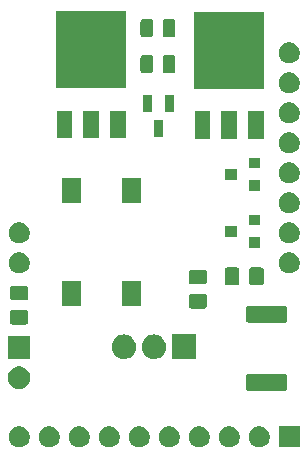
<source format=gbr>
G04 #@! TF.GenerationSoftware,KiCad,Pcbnew,5.1.5+dfsg1-2build2*
G04 #@! TF.CreationDate,2021-04-05T13:49:58+02:00*
G04 #@! TF.ProjectId,transistor_board,7472616e-7369-4737-946f-725f626f6172,rev?*
G04 #@! TF.SameCoordinates,Original*
G04 #@! TF.FileFunction,Soldermask,Bot*
G04 #@! TF.FilePolarity,Negative*
%FSLAX46Y46*%
G04 Gerber Fmt 4.6, Leading zero omitted, Abs format (unit mm)*
G04 Created by KiCad (PCBNEW 5.1.5+dfsg1-2build2) date 2021-04-05 13:49:58*
%MOMM*%
%LPD*%
G04 APERTURE LIST*
%ADD10C,0.100000*%
G04 APERTURE END LIST*
D10*
G36*
X138061000Y-134886000D02*
G01*
X136259000Y-134886000D01*
X136259000Y-133084000D01*
X138061000Y-133084000D01*
X138061000Y-134886000D01*
G37*
G36*
X134733512Y-133088927D02*
G01*
X134882812Y-133118624D01*
X135046784Y-133186544D01*
X135194354Y-133285147D01*
X135319853Y-133410646D01*
X135418456Y-133558216D01*
X135486376Y-133722188D01*
X135521000Y-133896259D01*
X135521000Y-134073741D01*
X135486376Y-134247812D01*
X135418456Y-134411784D01*
X135319853Y-134559354D01*
X135194354Y-134684853D01*
X135046784Y-134783456D01*
X134882812Y-134851376D01*
X134733512Y-134881073D01*
X134708742Y-134886000D01*
X134531258Y-134886000D01*
X134506488Y-134881073D01*
X134357188Y-134851376D01*
X134193216Y-134783456D01*
X134045646Y-134684853D01*
X133920147Y-134559354D01*
X133821544Y-134411784D01*
X133753624Y-134247812D01*
X133719000Y-134073741D01*
X133719000Y-133896259D01*
X133753624Y-133722188D01*
X133821544Y-133558216D01*
X133920147Y-133410646D01*
X134045646Y-133285147D01*
X134193216Y-133186544D01*
X134357188Y-133118624D01*
X134506488Y-133088927D01*
X134531258Y-133084000D01*
X134708742Y-133084000D01*
X134733512Y-133088927D01*
G37*
G36*
X114413512Y-133088927D02*
G01*
X114562812Y-133118624D01*
X114726784Y-133186544D01*
X114874354Y-133285147D01*
X114999853Y-133410646D01*
X115098456Y-133558216D01*
X115166376Y-133722188D01*
X115201000Y-133896259D01*
X115201000Y-134073741D01*
X115166376Y-134247812D01*
X115098456Y-134411784D01*
X114999853Y-134559354D01*
X114874354Y-134684853D01*
X114726784Y-134783456D01*
X114562812Y-134851376D01*
X114413512Y-134881073D01*
X114388742Y-134886000D01*
X114211258Y-134886000D01*
X114186488Y-134881073D01*
X114037188Y-134851376D01*
X113873216Y-134783456D01*
X113725646Y-134684853D01*
X113600147Y-134559354D01*
X113501544Y-134411784D01*
X113433624Y-134247812D01*
X113399000Y-134073741D01*
X113399000Y-133896259D01*
X113433624Y-133722188D01*
X113501544Y-133558216D01*
X113600147Y-133410646D01*
X113725646Y-133285147D01*
X113873216Y-133186544D01*
X114037188Y-133118624D01*
X114186488Y-133088927D01*
X114211258Y-133084000D01*
X114388742Y-133084000D01*
X114413512Y-133088927D01*
G37*
G36*
X116953512Y-133088927D02*
G01*
X117102812Y-133118624D01*
X117266784Y-133186544D01*
X117414354Y-133285147D01*
X117539853Y-133410646D01*
X117638456Y-133558216D01*
X117706376Y-133722188D01*
X117741000Y-133896259D01*
X117741000Y-134073741D01*
X117706376Y-134247812D01*
X117638456Y-134411784D01*
X117539853Y-134559354D01*
X117414354Y-134684853D01*
X117266784Y-134783456D01*
X117102812Y-134851376D01*
X116953512Y-134881073D01*
X116928742Y-134886000D01*
X116751258Y-134886000D01*
X116726488Y-134881073D01*
X116577188Y-134851376D01*
X116413216Y-134783456D01*
X116265646Y-134684853D01*
X116140147Y-134559354D01*
X116041544Y-134411784D01*
X115973624Y-134247812D01*
X115939000Y-134073741D01*
X115939000Y-133896259D01*
X115973624Y-133722188D01*
X116041544Y-133558216D01*
X116140147Y-133410646D01*
X116265646Y-133285147D01*
X116413216Y-133186544D01*
X116577188Y-133118624D01*
X116726488Y-133088927D01*
X116751258Y-133084000D01*
X116928742Y-133084000D01*
X116953512Y-133088927D01*
G37*
G36*
X119493512Y-133088927D02*
G01*
X119642812Y-133118624D01*
X119806784Y-133186544D01*
X119954354Y-133285147D01*
X120079853Y-133410646D01*
X120178456Y-133558216D01*
X120246376Y-133722188D01*
X120281000Y-133896259D01*
X120281000Y-134073741D01*
X120246376Y-134247812D01*
X120178456Y-134411784D01*
X120079853Y-134559354D01*
X119954354Y-134684853D01*
X119806784Y-134783456D01*
X119642812Y-134851376D01*
X119493512Y-134881073D01*
X119468742Y-134886000D01*
X119291258Y-134886000D01*
X119266488Y-134881073D01*
X119117188Y-134851376D01*
X118953216Y-134783456D01*
X118805646Y-134684853D01*
X118680147Y-134559354D01*
X118581544Y-134411784D01*
X118513624Y-134247812D01*
X118479000Y-134073741D01*
X118479000Y-133896259D01*
X118513624Y-133722188D01*
X118581544Y-133558216D01*
X118680147Y-133410646D01*
X118805646Y-133285147D01*
X118953216Y-133186544D01*
X119117188Y-133118624D01*
X119266488Y-133088927D01*
X119291258Y-133084000D01*
X119468742Y-133084000D01*
X119493512Y-133088927D01*
G37*
G36*
X122033512Y-133088927D02*
G01*
X122182812Y-133118624D01*
X122346784Y-133186544D01*
X122494354Y-133285147D01*
X122619853Y-133410646D01*
X122718456Y-133558216D01*
X122786376Y-133722188D01*
X122821000Y-133896259D01*
X122821000Y-134073741D01*
X122786376Y-134247812D01*
X122718456Y-134411784D01*
X122619853Y-134559354D01*
X122494354Y-134684853D01*
X122346784Y-134783456D01*
X122182812Y-134851376D01*
X122033512Y-134881073D01*
X122008742Y-134886000D01*
X121831258Y-134886000D01*
X121806488Y-134881073D01*
X121657188Y-134851376D01*
X121493216Y-134783456D01*
X121345646Y-134684853D01*
X121220147Y-134559354D01*
X121121544Y-134411784D01*
X121053624Y-134247812D01*
X121019000Y-134073741D01*
X121019000Y-133896259D01*
X121053624Y-133722188D01*
X121121544Y-133558216D01*
X121220147Y-133410646D01*
X121345646Y-133285147D01*
X121493216Y-133186544D01*
X121657188Y-133118624D01*
X121806488Y-133088927D01*
X121831258Y-133084000D01*
X122008742Y-133084000D01*
X122033512Y-133088927D01*
G37*
G36*
X127113512Y-133088927D02*
G01*
X127262812Y-133118624D01*
X127426784Y-133186544D01*
X127574354Y-133285147D01*
X127699853Y-133410646D01*
X127798456Y-133558216D01*
X127866376Y-133722188D01*
X127901000Y-133896259D01*
X127901000Y-134073741D01*
X127866376Y-134247812D01*
X127798456Y-134411784D01*
X127699853Y-134559354D01*
X127574354Y-134684853D01*
X127426784Y-134783456D01*
X127262812Y-134851376D01*
X127113512Y-134881073D01*
X127088742Y-134886000D01*
X126911258Y-134886000D01*
X126886488Y-134881073D01*
X126737188Y-134851376D01*
X126573216Y-134783456D01*
X126425646Y-134684853D01*
X126300147Y-134559354D01*
X126201544Y-134411784D01*
X126133624Y-134247812D01*
X126099000Y-134073741D01*
X126099000Y-133896259D01*
X126133624Y-133722188D01*
X126201544Y-133558216D01*
X126300147Y-133410646D01*
X126425646Y-133285147D01*
X126573216Y-133186544D01*
X126737188Y-133118624D01*
X126886488Y-133088927D01*
X126911258Y-133084000D01*
X127088742Y-133084000D01*
X127113512Y-133088927D01*
G37*
G36*
X129653512Y-133088927D02*
G01*
X129802812Y-133118624D01*
X129966784Y-133186544D01*
X130114354Y-133285147D01*
X130239853Y-133410646D01*
X130338456Y-133558216D01*
X130406376Y-133722188D01*
X130441000Y-133896259D01*
X130441000Y-134073741D01*
X130406376Y-134247812D01*
X130338456Y-134411784D01*
X130239853Y-134559354D01*
X130114354Y-134684853D01*
X129966784Y-134783456D01*
X129802812Y-134851376D01*
X129653512Y-134881073D01*
X129628742Y-134886000D01*
X129451258Y-134886000D01*
X129426488Y-134881073D01*
X129277188Y-134851376D01*
X129113216Y-134783456D01*
X128965646Y-134684853D01*
X128840147Y-134559354D01*
X128741544Y-134411784D01*
X128673624Y-134247812D01*
X128639000Y-134073741D01*
X128639000Y-133896259D01*
X128673624Y-133722188D01*
X128741544Y-133558216D01*
X128840147Y-133410646D01*
X128965646Y-133285147D01*
X129113216Y-133186544D01*
X129277188Y-133118624D01*
X129426488Y-133088927D01*
X129451258Y-133084000D01*
X129628742Y-133084000D01*
X129653512Y-133088927D01*
G37*
G36*
X132193512Y-133088927D02*
G01*
X132342812Y-133118624D01*
X132506784Y-133186544D01*
X132654354Y-133285147D01*
X132779853Y-133410646D01*
X132878456Y-133558216D01*
X132946376Y-133722188D01*
X132981000Y-133896259D01*
X132981000Y-134073741D01*
X132946376Y-134247812D01*
X132878456Y-134411784D01*
X132779853Y-134559354D01*
X132654354Y-134684853D01*
X132506784Y-134783456D01*
X132342812Y-134851376D01*
X132193512Y-134881073D01*
X132168742Y-134886000D01*
X131991258Y-134886000D01*
X131966488Y-134881073D01*
X131817188Y-134851376D01*
X131653216Y-134783456D01*
X131505646Y-134684853D01*
X131380147Y-134559354D01*
X131281544Y-134411784D01*
X131213624Y-134247812D01*
X131179000Y-134073741D01*
X131179000Y-133896259D01*
X131213624Y-133722188D01*
X131281544Y-133558216D01*
X131380147Y-133410646D01*
X131505646Y-133285147D01*
X131653216Y-133186544D01*
X131817188Y-133118624D01*
X131966488Y-133088927D01*
X131991258Y-133084000D01*
X132168742Y-133084000D01*
X132193512Y-133088927D01*
G37*
G36*
X124573512Y-133088927D02*
G01*
X124722812Y-133118624D01*
X124886784Y-133186544D01*
X125034354Y-133285147D01*
X125159853Y-133410646D01*
X125258456Y-133558216D01*
X125326376Y-133722188D01*
X125361000Y-133896259D01*
X125361000Y-134073741D01*
X125326376Y-134247812D01*
X125258456Y-134411784D01*
X125159853Y-134559354D01*
X125034354Y-134684853D01*
X124886784Y-134783456D01*
X124722812Y-134851376D01*
X124573512Y-134881073D01*
X124548742Y-134886000D01*
X124371258Y-134886000D01*
X124346488Y-134881073D01*
X124197188Y-134851376D01*
X124033216Y-134783456D01*
X123885646Y-134684853D01*
X123760147Y-134559354D01*
X123661544Y-134411784D01*
X123593624Y-134247812D01*
X123559000Y-134073741D01*
X123559000Y-133896259D01*
X123593624Y-133722188D01*
X123661544Y-133558216D01*
X123760147Y-133410646D01*
X123885646Y-133285147D01*
X124033216Y-133186544D01*
X124197188Y-133118624D01*
X124346488Y-133088927D01*
X124371258Y-133084000D01*
X124548742Y-133084000D01*
X124573512Y-133088927D01*
G37*
G36*
X136827798Y-128670247D02*
G01*
X136863367Y-128681037D01*
X136896139Y-128698554D01*
X136924869Y-128722131D01*
X136948446Y-128750861D01*
X136965963Y-128783633D01*
X136976753Y-128819202D01*
X136981000Y-128862325D01*
X136981000Y-129921675D01*
X136976753Y-129964798D01*
X136965963Y-130000367D01*
X136948446Y-130033139D01*
X136924869Y-130061869D01*
X136896139Y-130085446D01*
X136863367Y-130102963D01*
X136827798Y-130113753D01*
X136784675Y-130118000D01*
X133725325Y-130118000D01*
X133682202Y-130113753D01*
X133646633Y-130102963D01*
X133613861Y-130085446D01*
X133585131Y-130061869D01*
X133561554Y-130033139D01*
X133544037Y-130000367D01*
X133533247Y-129964798D01*
X133529000Y-129921675D01*
X133529000Y-128862325D01*
X133533247Y-128819202D01*
X133544037Y-128783633D01*
X133561554Y-128750861D01*
X133585131Y-128722131D01*
X133613861Y-128698554D01*
X133646633Y-128681037D01*
X133682202Y-128670247D01*
X133725325Y-128666000D01*
X136784675Y-128666000D01*
X136827798Y-128670247D01*
G37*
G36*
X114577395Y-128065546D02*
G01*
X114750466Y-128137234D01*
X114750467Y-128137235D01*
X114906227Y-128241310D01*
X115038690Y-128373773D01*
X115038691Y-128373775D01*
X115142766Y-128529534D01*
X115214454Y-128702605D01*
X115251000Y-128886333D01*
X115251000Y-129073667D01*
X115214454Y-129257395D01*
X115142766Y-129430466D01*
X115142765Y-129430467D01*
X115038690Y-129586227D01*
X114906227Y-129718690D01*
X114827818Y-129771081D01*
X114750466Y-129822766D01*
X114577395Y-129894454D01*
X114393667Y-129931000D01*
X114206333Y-129931000D01*
X114022605Y-129894454D01*
X113849534Y-129822766D01*
X113772182Y-129771081D01*
X113693773Y-129718690D01*
X113561310Y-129586227D01*
X113457235Y-129430467D01*
X113457234Y-129430466D01*
X113385546Y-129257395D01*
X113349000Y-129073667D01*
X113349000Y-128886333D01*
X113385546Y-128702605D01*
X113457234Y-128529534D01*
X113561309Y-128373775D01*
X113561310Y-128373773D01*
X113693773Y-128241310D01*
X113849533Y-128137235D01*
X113849534Y-128137234D01*
X114022605Y-128065546D01*
X114206333Y-128029000D01*
X114393667Y-128029000D01*
X114577395Y-128065546D01*
G37*
G36*
X123366720Y-125328520D02*
G01*
X123555881Y-125385901D01*
X123730212Y-125479083D01*
X123883015Y-125604485D01*
X124008417Y-125757288D01*
X124052182Y-125839167D01*
X124101598Y-125931617D01*
X124101599Y-125931620D01*
X124158980Y-126120781D01*
X124173500Y-126268207D01*
X124173500Y-126461794D01*
X124158980Y-126609220D01*
X124101599Y-126798381D01*
X124008417Y-126972712D01*
X123883015Y-127125515D01*
X123730212Y-127250917D01*
X123648333Y-127294682D01*
X123555883Y-127344098D01*
X123555880Y-127344099D01*
X123366719Y-127401480D01*
X123170000Y-127420855D01*
X122973280Y-127401480D01*
X122784119Y-127344099D01*
X122609788Y-127250917D01*
X122456985Y-127125515D01*
X122331583Y-126972712D01*
X122287818Y-126890833D01*
X122238402Y-126798383D01*
X122238401Y-126798380D01*
X122181020Y-126609219D01*
X122166500Y-126461793D01*
X122166500Y-126268206D01*
X122181020Y-126120780D01*
X122238401Y-125931619D01*
X122331583Y-125757288D01*
X122456985Y-125604485D01*
X122609788Y-125479083D01*
X122784120Y-125385901D01*
X122973281Y-125328520D01*
X123170000Y-125309145D01*
X123366720Y-125328520D01*
G37*
G36*
X125906720Y-125328520D02*
G01*
X126095881Y-125385901D01*
X126270212Y-125479083D01*
X126423015Y-125604485D01*
X126548417Y-125757288D01*
X126592182Y-125839167D01*
X126641598Y-125931617D01*
X126641599Y-125931620D01*
X126698980Y-126120781D01*
X126713500Y-126268207D01*
X126713500Y-126461794D01*
X126698980Y-126609220D01*
X126641599Y-126798381D01*
X126548417Y-126972712D01*
X126423015Y-127125515D01*
X126270212Y-127250917D01*
X126188333Y-127294682D01*
X126095883Y-127344098D01*
X126095880Y-127344099D01*
X125906719Y-127401480D01*
X125710000Y-127420855D01*
X125513280Y-127401480D01*
X125324119Y-127344099D01*
X125149788Y-127250917D01*
X124996985Y-127125515D01*
X124871583Y-126972712D01*
X124827818Y-126890833D01*
X124778402Y-126798383D01*
X124778401Y-126798380D01*
X124721020Y-126609219D01*
X124706500Y-126461793D01*
X124706500Y-126268206D01*
X124721020Y-126120780D01*
X124778401Y-125931619D01*
X124871583Y-125757288D01*
X124996985Y-125604485D01*
X125149788Y-125479083D01*
X125324120Y-125385901D01*
X125513281Y-125328520D01*
X125710000Y-125309145D01*
X125906720Y-125328520D01*
G37*
G36*
X129253500Y-127416000D02*
G01*
X127246500Y-127416000D01*
X127246500Y-125314000D01*
X129253500Y-125314000D01*
X129253500Y-127416000D01*
G37*
G36*
X115251000Y-127391000D02*
G01*
X113349000Y-127391000D01*
X113349000Y-125489000D01*
X115251000Y-125489000D01*
X115251000Y-127391000D01*
G37*
G36*
X114878674Y-123233465D02*
G01*
X114916367Y-123244899D01*
X114951103Y-123263466D01*
X114981548Y-123288452D01*
X115006534Y-123318897D01*
X115025101Y-123353633D01*
X115036535Y-123391326D01*
X115041000Y-123436661D01*
X115041000Y-124273339D01*
X115036535Y-124318674D01*
X115025101Y-124356367D01*
X115006534Y-124391103D01*
X114981548Y-124421548D01*
X114951103Y-124446534D01*
X114916367Y-124465101D01*
X114878674Y-124476535D01*
X114833339Y-124481000D01*
X113746661Y-124481000D01*
X113701326Y-124476535D01*
X113663633Y-124465101D01*
X113628897Y-124446534D01*
X113598452Y-124421548D01*
X113573466Y-124391103D01*
X113554899Y-124356367D01*
X113543465Y-124318674D01*
X113539000Y-124273339D01*
X113539000Y-123436661D01*
X113543465Y-123391326D01*
X113554899Y-123353633D01*
X113573466Y-123318897D01*
X113598452Y-123288452D01*
X113628897Y-123263466D01*
X113663633Y-123244899D01*
X113701326Y-123233465D01*
X113746661Y-123229000D01*
X114833339Y-123229000D01*
X114878674Y-123233465D01*
G37*
G36*
X136827798Y-122870247D02*
G01*
X136863367Y-122881037D01*
X136896139Y-122898554D01*
X136924869Y-122922131D01*
X136948446Y-122950861D01*
X136965963Y-122983633D01*
X136976753Y-123019202D01*
X136981000Y-123062325D01*
X136981000Y-124121675D01*
X136976753Y-124164798D01*
X136965963Y-124200367D01*
X136948446Y-124233139D01*
X136924869Y-124261869D01*
X136896139Y-124285446D01*
X136863367Y-124302963D01*
X136827798Y-124313753D01*
X136784675Y-124318000D01*
X133725325Y-124318000D01*
X133682202Y-124313753D01*
X133646633Y-124302963D01*
X133613861Y-124285446D01*
X133585131Y-124261869D01*
X133561554Y-124233139D01*
X133544037Y-124200367D01*
X133533247Y-124164798D01*
X133529000Y-124121675D01*
X133529000Y-123062325D01*
X133533247Y-123019202D01*
X133544037Y-122983633D01*
X133561554Y-122950861D01*
X133585131Y-122922131D01*
X133613861Y-122898554D01*
X133646633Y-122881037D01*
X133682202Y-122870247D01*
X133725325Y-122866000D01*
X136784675Y-122866000D01*
X136827798Y-122870247D01*
G37*
G36*
X130018674Y-121873465D02*
G01*
X130056367Y-121884899D01*
X130091103Y-121903466D01*
X130121548Y-121928452D01*
X130146534Y-121958897D01*
X130165101Y-121993633D01*
X130176535Y-122031326D01*
X130181000Y-122076661D01*
X130181000Y-122913339D01*
X130176535Y-122958674D01*
X130165101Y-122996367D01*
X130146534Y-123031103D01*
X130121548Y-123061548D01*
X130091103Y-123086534D01*
X130056367Y-123105101D01*
X130018674Y-123116535D01*
X129973339Y-123121000D01*
X128886661Y-123121000D01*
X128841326Y-123116535D01*
X128803633Y-123105101D01*
X128768897Y-123086534D01*
X128738452Y-123061548D01*
X128713466Y-123031103D01*
X128694899Y-122996367D01*
X128683465Y-122958674D01*
X128679000Y-122913339D01*
X128679000Y-122076661D01*
X128683465Y-122031326D01*
X128694899Y-121993633D01*
X128713466Y-121958897D01*
X128738452Y-121928452D01*
X128768897Y-121903466D01*
X128803633Y-121884899D01*
X128841326Y-121873465D01*
X128886661Y-121869000D01*
X129973339Y-121869000D01*
X130018674Y-121873465D01*
G37*
G36*
X119536000Y-122896000D02*
G01*
X117934000Y-122896000D01*
X117934000Y-120794000D01*
X119536000Y-120794000D01*
X119536000Y-122896000D01*
G37*
G36*
X124636000Y-122896000D02*
G01*
X123034000Y-122896000D01*
X123034000Y-120794000D01*
X124636000Y-120794000D01*
X124636000Y-122896000D01*
G37*
G36*
X114878674Y-121183465D02*
G01*
X114916367Y-121194899D01*
X114951103Y-121213466D01*
X114981548Y-121238452D01*
X115006534Y-121268897D01*
X115025101Y-121303633D01*
X115036535Y-121341326D01*
X115041000Y-121386661D01*
X115041000Y-122223339D01*
X115036535Y-122268674D01*
X115025101Y-122306367D01*
X115006534Y-122341103D01*
X114981548Y-122371548D01*
X114951103Y-122396534D01*
X114916367Y-122415101D01*
X114878674Y-122426535D01*
X114833339Y-122431000D01*
X113746661Y-122431000D01*
X113701326Y-122426535D01*
X113663633Y-122415101D01*
X113628897Y-122396534D01*
X113598452Y-122371548D01*
X113573466Y-122341103D01*
X113554899Y-122306367D01*
X113543465Y-122268674D01*
X113539000Y-122223339D01*
X113539000Y-121386661D01*
X113543465Y-121341326D01*
X113554899Y-121303633D01*
X113573466Y-121268897D01*
X113598452Y-121238452D01*
X113628897Y-121213466D01*
X113663633Y-121194899D01*
X113701326Y-121183465D01*
X113746661Y-121179000D01*
X114833339Y-121179000D01*
X114878674Y-121183465D01*
G37*
G36*
X132788674Y-119649465D02*
G01*
X132826367Y-119660899D01*
X132861103Y-119679466D01*
X132891548Y-119704452D01*
X132916534Y-119734897D01*
X132935101Y-119769633D01*
X132946535Y-119807326D01*
X132951000Y-119852661D01*
X132951000Y-120939339D01*
X132946535Y-120984674D01*
X132935101Y-121022367D01*
X132916534Y-121057103D01*
X132891548Y-121087548D01*
X132861103Y-121112534D01*
X132826367Y-121131101D01*
X132788674Y-121142535D01*
X132743339Y-121147000D01*
X131906661Y-121147000D01*
X131861326Y-121142535D01*
X131823633Y-121131101D01*
X131788897Y-121112534D01*
X131758452Y-121087548D01*
X131733466Y-121057103D01*
X131714899Y-121022367D01*
X131703465Y-120984674D01*
X131699000Y-120939339D01*
X131699000Y-119852661D01*
X131703465Y-119807326D01*
X131714899Y-119769633D01*
X131733466Y-119734897D01*
X131758452Y-119704452D01*
X131788897Y-119679466D01*
X131823633Y-119660899D01*
X131861326Y-119649465D01*
X131906661Y-119645000D01*
X132743339Y-119645000D01*
X132788674Y-119649465D01*
G37*
G36*
X134838674Y-119649465D02*
G01*
X134876367Y-119660899D01*
X134911103Y-119679466D01*
X134941548Y-119704452D01*
X134966534Y-119734897D01*
X134985101Y-119769633D01*
X134996535Y-119807326D01*
X135001000Y-119852661D01*
X135001000Y-120939339D01*
X134996535Y-120984674D01*
X134985101Y-121022367D01*
X134966534Y-121057103D01*
X134941548Y-121087548D01*
X134911103Y-121112534D01*
X134876367Y-121131101D01*
X134838674Y-121142535D01*
X134793339Y-121147000D01*
X133956661Y-121147000D01*
X133911326Y-121142535D01*
X133873633Y-121131101D01*
X133838897Y-121112534D01*
X133808452Y-121087548D01*
X133783466Y-121057103D01*
X133764899Y-121022367D01*
X133753465Y-120984674D01*
X133749000Y-120939339D01*
X133749000Y-119852661D01*
X133753465Y-119807326D01*
X133764899Y-119769633D01*
X133783466Y-119734897D01*
X133808452Y-119704452D01*
X133838897Y-119679466D01*
X133873633Y-119660899D01*
X133911326Y-119649465D01*
X133956661Y-119645000D01*
X134793339Y-119645000D01*
X134838674Y-119649465D01*
G37*
G36*
X130018674Y-119823465D02*
G01*
X130056367Y-119834899D01*
X130091103Y-119853466D01*
X130121548Y-119878452D01*
X130146534Y-119908897D01*
X130165101Y-119943633D01*
X130176535Y-119981326D01*
X130181000Y-120026661D01*
X130181000Y-120863339D01*
X130176535Y-120908674D01*
X130165101Y-120946367D01*
X130146534Y-120981103D01*
X130121548Y-121011548D01*
X130091103Y-121036534D01*
X130056367Y-121055101D01*
X130018674Y-121066535D01*
X129973339Y-121071000D01*
X128886661Y-121071000D01*
X128841326Y-121066535D01*
X128803633Y-121055101D01*
X128768897Y-121036534D01*
X128738452Y-121011548D01*
X128713466Y-120981103D01*
X128694899Y-120946367D01*
X128683465Y-120908674D01*
X128679000Y-120863339D01*
X128679000Y-120026661D01*
X128683465Y-119981326D01*
X128694899Y-119943633D01*
X128713466Y-119908897D01*
X128738452Y-119878452D01*
X128768897Y-119853466D01*
X128803633Y-119834899D01*
X128841326Y-119823465D01*
X128886661Y-119819000D01*
X129973339Y-119819000D01*
X130018674Y-119823465D01*
G37*
G36*
X114413512Y-118356927D02*
G01*
X114562812Y-118386624D01*
X114726784Y-118454544D01*
X114874354Y-118553147D01*
X114999853Y-118678646D01*
X115098456Y-118826216D01*
X115166376Y-118990188D01*
X115201000Y-119164259D01*
X115201000Y-119341741D01*
X115166376Y-119515812D01*
X115098456Y-119679784D01*
X114999853Y-119827354D01*
X114874354Y-119952853D01*
X114726784Y-120051456D01*
X114562812Y-120119376D01*
X114413512Y-120149073D01*
X114388742Y-120154000D01*
X114211258Y-120154000D01*
X114186488Y-120149073D01*
X114037188Y-120119376D01*
X113873216Y-120051456D01*
X113725646Y-119952853D01*
X113600147Y-119827354D01*
X113501544Y-119679784D01*
X113433624Y-119515812D01*
X113399000Y-119341741D01*
X113399000Y-119164259D01*
X113433624Y-118990188D01*
X113501544Y-118826216D01*
X113600147Y-118678646D01*
X113725646Y-118553147D01*
X113873216Y-118454544D01*
X114037188Y-118386624D01*
X114186488Y-118356927D01*
X114211258Y-118352000D01*
X114388742Y-118352000D01*
X114413512Y-118356927D01*
G37*
G36*
X137273512Y-118356927D02*
G01*
X137422812Y-118386624D01*
X137586784Y-118454544D01*
X137734354Y-118553147D01*
X137859853Y-118678646D01*
X137958456Y-118826216D01*
X138026376Y-118990188D01*
X138061000Y-119164259D01*
X138061000Y-119341741D01*
X138026376Y-119515812D01*
X137958456Y-119679784D01*
X137859853Y-119827354D01*
X137734354Y-119952853D01*
X137586784Y-120051456D01*
X137422812Y-120119376D01*
X137273512Y-120149073D01*
X137248742Y-120154000D01*
X137071258Y-120154000D01*
X137046488Y-120149073D01*
X136897188Y-120119376D01*
X136733216Y-120051456D01*
X136585646Y-119952853D01*
X136460147Y-119827354D01*
X136361544Y-119679784D01*
X136293624Y-119515812D01*
X136259000Y-119341741D01*
X136259000Y-119164259D01*
X136293624Y-118990188D01*
X136361544Y-118826216D01*
X136460147Y-118678646D01*
X136585646Y-118553147D01*
X136733216Y-118454544D01*
X136897188Y-118386624D01*
X137046488Y-118356927D01*
X137071258Y-118352000D01*
X137248742Y-118352000D01*
X137273512Y-118356927D01*
G37*
G36*
X134724000Y-117987000D02*
G01*
X133722000Y-117987000D01*
X133722000Y-117085000D01*
X134724000Y-117085000D01*
X134724000Y-117987000D01*
G37*
G36*
X114413512Y-115816927D02*
G01*
X114562812Y-115846624D01*
X114726784Y-115914544D01*
X114874354Y-116013147D01*
X114999853Y-116138646D01*
X115098456Y-116286216D01*
X115166376Y-116450188D01*
X115201000Y-116624259D01*
X115201000Y-116801741D01*
X115166376Y-116975812D01*
X115098456Y-117139784D01*
X114999853Y-117287354D01*
X114874354Y-117412853D01*
X114726784Y-117511456D01*
X114562812Y-117579376D01*
X114413512Y-117609073D01*
X114388742Y-117614000D01*
X114211258Y-117614000D01*
X114186488Y-117609073D01*
X114037188Y-117579376D01*
X113873216Y-117511456D01*
X113725646Y-117412853D01*
X113600147Y-117287354D01*
X113501544Y-117139784D01*
X113433624Y-116975812D01*
X113399000Y-116801741D01*
X113399000Y-116624259D01*
X113433624Y-116450188D01*
X113501544Y-116286216D01*
X113600147Y-116138646D01*
X113725646Y-116013147D01*
X113873216Y-115914544D01*
X114037188Y-115846624D01*
X114186488Y-115816927D01*
X114211258Y-115812000D01*
X114388742Y-115812000D01*
X114413512Y-115816927D01*
G37*
G36*
X137273512Y-115816927D02*
G01*
X137422812Y-115846624D01*
X137586784Y-115914544D01*
X137734354Y-116013147D01*
X137859853Y-116138646D01*
X137958456Y-116286216D01*
X138026376Y-116450188D01*
X138061000Y-116624259D01*
X138061000Y-116801741D01*
X138026376Y-116975812D01*
X137958456Y-117139784D01*
X137859853Y-117287354D01*
X137734354Y-117412853D01*
X137586784Y-117511456D01*
X137422812Y-117579376D01*
X137273512Y-117609073D01*
X137248742Y-117614000D01*
X137071258Y-117614000D01*
X137046488Y-117609073D01*
X136897188Y-117579376D01*
X136733216Y-117511456D01*
X136585646Y-117412853D01*
X136460147Y-117287354D01*
X136361544Y-117139784D01*
X136293624Y-116975812D01*
X136259000Y-116801741D01*
X136259000Y-116624259D01*
X136293624Y-116450188D01*
X136361544Y-116286216D01*
X136460147Y-116138646D01*
X136585646Y-116013147D01*
X136733216Y-115914544D01*
X136897188Y-115846624D01*
X137046488Y-115816927D01*
X137071258Y-115812000D01*
X137248742Y-115812000D01*
X137273512Y-115816927D01*
G37*
G36*
X132724000Y-117037000D02*
G01*
X131722000Y-117037000D01*
X131722000Y-116135000D01*
X132724000Y-116135000D01*
X132724000Y-117037000D01*
G37*
G36*
X134724000Y-116087000D02*
G01*
X133722000Y-116087000D01*
X133722000Y-115185000D01*
X134724000Y-115185000D01*
X134724000Y-116087000D01*
G37*
G36*
X137273512Y-113276927D02*
G01*
X137422812Y-113306624D01*
X137586784Y-113374544D01*
X137734354Y-113473147D01*
X137859853Y-113598646D01*
X137958456Y-113746216D01*
X138026376Y-113910188D01*
X138061000Y-114084259D01*
X138061000Y-114261741D01*
X138026376Y-114435812D01*
X137958456Y-114599784D01*
X137859853Y-114747354D01*
X137734354Y-114872853D01*
X137586784Y-114971456D01*
X137422812Y-115039376D01*
X137273512Y-115069073D01*
X137248742Y-115074000D01*
X137071258Y-115074000D01*
X137046488Y-115069073D01*
X136897188Y-115039376D01*
X136733216Y-114971456D01*
X136585646Y-114872853D01*
X136460147Y-114747354D01*
X136361544Y-114599784D01*
X136293624Y-114435812D01*
X136259000Y-114261741D01*
X136259000Y-114084259D01*
X136293624Y-113910188D01*
X136361544Y-113746216D01*
X136460147Y-113598646D01*
X136585646Y-113473147D01*
X136733216Y-113374544D01*
X136897188Y-113306624D01*
X137046488Y-113276927D01*
X137071258Y-113272000D01*
X137248742Y-113272000D01*
X137273512Y-113276927D01*
G37*
G36*
X124636000Y-114156000D02*
G01*
X123034000Y-114156000D01*
X123034000Y-112054000D01*
X124636000Y-112054000D01*
X124636000Y-114156000D01*
G37*
G36*
X119536000Y-114156000D02*
G01*
X117934000Y-114156000D01*
X117934000Y-112054000D01*
X119536000Y-112054000D01*
X119536000Y-114156000D01*
G37*
G36*
X134724000Y-113161000D02*
G01*
X133722000Y-113161000D01*
X133722000Y-112259000D01*
X134724000Y-112259000D01*
X134724000Y-113161000D01*
G37*
G36*
X137273512Y-110736927D02*
G01*
X137422812Y-110766624D01*
X137586784Y-110834544D01*
X137734354Y-110933147D01*
X137859853Y-111058646D01*
X137958456Y-111206216D01*
X138026376Y-111370188D01*
X138061000Y-111544259D01*
X138061000Y-111721741D01*
X138026376Y-111895812D01*
X137958456Y-112059784D01*
X137859853Y-112207354D01*
X137734354Y-112332853D01*
X137586784Y-112431456D01*
X137422812Y-112499376D01*
X137273512Y-112529073D01*
X137248742Y-112534000D01*
X137071258Y-112534000D01*
X137046488Y-112529073D01*
X136897188Y-112499376D01*
X136733216Y-112431456D01*
X136585646Y-112332853D01*
X136460147Y-112207354D01*
X136361544Y-112059784D01*
X136293624Y-111895812D01*
X136259000Y-111721741D01*
X136259000Y-111544259D01*
X136293624Y-111370188D01*
X136361544Y-111206216D01*
X136460147Y-111058646D01*
X136585646Y-110933147D01*
X136733216Y-110834544D01*
X136897188Y-110766624D01*
X137046488Y-110736927D01*
X137071258Y-110732000D01*
X137248742Y-110732000D01*
X137273512Y-110736927D01*
G37*
G36*
X132724000Y-112211000D02*
G01*
X131722000Y-112211000D01*
X131722000Y-111309000D01*
X132724000Y-111309000D01*
X132724000Y-112211000D01*
G37*
G36*
X134724000Y-111261000D02*
G01*
X133722000Y-111261000D01*
X133722000Y-110359000D01*
X134724000Y-110359000D01*
X134724000Y-111261000D01*
G37*
G36*
X137273512Y-108196927D02*
G01*
X137422812Y-108226624D01*
X137586784Y-108294544D01*
X137734354Y-108393147D01*
X137859853Y-108518646D01*
X137958456Y-108666216D01*
X138026376Y-108830188D01*
X138061000Y-109004259D01*
X138061000Y-109181741D01*
X138026376Y-109355812D01*
X137958456Y-109519784D01*
X137859853Y-109667354D01*
X137734354Y-109792853D01*
X137586784Y-109891456D01*
X137422812Y-109959376D01*
X137273512Y-109989073D01*
X137248742Y-109994000D01*
X137071258Y-109994000D01*
X137046488Y-109989073D01*
X136897188Y-109959376D01*
X136733216Y-109891456D01*
X136585646Y-109792853D01*
X136460147Y-109667354D01*
X136361544Y-109519784D01*
X136293624Y-109355812D01*
X136259000Y-109181741D01*
X136259000Y-109004259D01*
X136293624Y-108830188D01*
X136361544Y-108666216D01*
X136460147Y-108518646D01*
X136585646Y-108393147D01*
X136733216Y-108294544D01*
X136897188Y-108226624D01*
X137046488Y-108196927D01*
X137071258Y-108192000D01*
X137248742Y-108192000D01*
X137273512Y-108196927D01*
G37*
G36*
X130451000Y-108729000D02*
G01*
X129149000Y-108729000D01*
X129149000Y-106427000D01*
X130451000Y-106427000D01*
X130451000Y-108729000D01*
G37*
G36*
X132731000Y-108729000D02*
G01*
X131429000Y-108729000D01*
X131429000Y-106427000D01*
X132731000Y-106427000D01*
X132731000Y-108729000D01*
G37*
G36*
X135011000Y-108729000D02*
G01*
X133709000Y-108729000D01*
X133709000Y-106427000D01*
X135011000Y-106427000D01*
X135011000Y-108729000D01*
G37*
G36*
X123327000Y-108665500D02*
G01*
X122025000Y-108665500D01*
X122025000Y-106363500D01*
X123327000Y-106363500D01*
X123327000Y-108665500D01*
G37*
G36*
X118767000Y-108665500D02*
G01*
X117465000Y-108665500D01*
X117465000Y-106363500D01*
X118767000Y-106363500D01*
X118767000Y-108665500D01*
G37*
G36*
X121047000Y-108665500D02*
G01*
X119745000Y-108665500D01*
X119745000Y-106363500D01*
X121047000Y-106363500D01*
X121047000Y-108665500D01*
G37*
G36*
X126470000Y-108570000D02*
G01*
X125730000Y-108570000D01*
X125730000Y-107130000D01*
X126470000Y-107130000D01*
X126470000Y-108570000D01*
G37*
G36*
X137273512Y-105656927D02*
G01*
X137422812Y-105686624D01*
X137586784Y-105754544D01*
X137734354Y-105853147D01*
X137859853Y-105978646D01*
X137958456Y-106126216D01*
X138026376Y-106290188D01*
X138061000Y-106464259D01*
X138061000Y-106641741D01*
X138026376Y-106815812D01*
X137958456Y-106979784D01*
X137859853Y-107127354D01*
X137734354Y-107252853D01*
X137586784Y-107351456D01*
X137422812Y-107419376D01*
X137273512Y-107449073D01*
X137248742Y-107454000D01*
X137071258Y-107454000D01*
X137046488Y-107449073D01*
X136897188Y-107419376D01*
X136733216Y-107351456D01*
X136585646Y-107252853D01*
X136460147Y-107127354D01*
X136361544Y-106979784D01*
X136293624Y-106815812D01*
X136259000Y-106641741D01*
X136259000Y-106464259D01*
X136293624Y-106290188D01*
X136361544Y-106126216D01*
X136460147Y-105978646D01*
X136585646Y-105853147D01*
X136733216Y-105754544D01*
X136897188Y-105686624D01*
X137046488Y-105656927D01*
X137071258Y-105652000D01*
X137248742Y-105652000D01*
X137273512Y-105656927D01*
G37*
G36*
X125520000Y-106470000D02*
G01*
X124780000Y-106470000D01*
X124780000Y-105030000D01*
X125520000Y-105030000D01*
X125520000Y-106470000D01*
G37*
G36*
X127420000Y-106470000D02*
G01*
X126680000Y-106470000D01*
X126680000Y-105030000D01*
X127420000Y-105030000D01*
X127420000Y-106470000D01*
G37*
G36*
X137266423Y-103115517D02*
G01*
X137422812Y-103146624D01*
X137586784Y-103214544D01*
X137734354Y-103313147D01*
X137859853Y-103438646D01*
X137958456Y-103586216D01*
X138026376Y-103750188D01*
X138061000Y-103924259D01*
X138061000Y-104101741D01*
X138026376Y-104275812D01*
X137958456Y-104439784D01*
X137859853Y-104587354D01*
X137734354Y-104712853D01*
X137586784Y-104811456D01*
X137422812Y-104879376D01*
X137273512Y-104909073D01*
X137248742Y-104914000D01*
X137071258Y-104914000D01*
X137046488Y-104909073D01*
X136897188Y-104879376D01*
X136733216Y-104811456D01*
X136585646Y-104712853D01*
X136460147Y-104587354D01*
X136361544Y-104439784D01*
X136293624Y-104275812D01*
X136259000Y-104101741D01*
X136259000Y-103924259D01*
X136293624Y-103750188D01*
X136361544Y-103586216D01*
X136460147Y-103438646D01*
X136585646Y-103313147D01*
X136733216Y-103214544D01*
X136897188Y-103146624D01*
X137053577Y-103115517D01*
X137071258Y-103112000D01*
X137248742Y-103112000D01*
X137266423Y-103115517D01*
G37*
G36*
X135031000Y-104529000D02*
G01*
X129129000Y-104529000D01*
X129129000Y-98027000D01*
X135031000Y-98027000D01*
X135031000Y-104529000D01*
G37*
G36*
X123347000Y-104465500D02*
G01*
X117445000Y-104465500D01*
X117445000Y-97963500D01*
X123347000Y-97963500D01*
X123347000Y-104465500D01*
G37*
G36*
X125481968Y-101679065D02*
G01*
X125520638Y-101690796D01*
X125556277Y-101709846D01*
X125587517Y-101735483D01*
X125613154Y-101766723D01*
X125632204Y-101802362D01*
X125643935Y-101841032D01*
X125648500Y-101887388D01*
X125648500Y-102963612D01*
X125643935Y-103009968D01*
X125632204Y-103048638D01*
X125613154Y-103084277D01*
X125587517Y-103115517D01*
X125556277Y-103141154D01*
X125520638Y-103160204D01*
X125481968Y-103171935D01*
X125435612Y-103176500D01*
X124784388Y-103176500D01*
X124738032Y-103171935D01*
X124699362Y-103160204D01*
X124663723Y-103141154D01*
X124632483Y-103115517D01*
X124606846Y-103084277D01*
X124587796Y-103048638D01*
X124576065Y-103009968D01*
X124571500Y-102963612D01*
X124571500Y-101887388D01*
X124576065Y-101841032D01*
X124587796Y-101802362D01*
X124606846Y-101766723D01*
X124632483Y-101735483D01*
X124663723Y-101709846D01*
X124699362Y-101690796D01*
X124738032Y-101679065D01*
X124784388Y-101674500D01*
X125435612Y-101674500D01*
X125481968Y-101679065D01*
G37*
G36*
X127356968Y-101679065D02*
G01*
X127395638Y-101690796D01*
X127431277Y-101709846D01*
X127462517Y-101735483D01*
X127488154Y-101766723D01*
X127507204Y-101802362D01*
X127518935Y-101841032D01*
X127523500Y-101887388D01*
X127523500Y-102963612D01*
X127518935Y-103009968D01*
X127507204Y-103048638D01*
X127488154Y-103084277D01*
X127462517Y-103115517D01*
X127431277Y-103141154D01*
X127395638Y-103160204D01*
X127356968Y-103171935D01*
X127310612Y-103176500D01*
X126659388Y-103176500D01*
X126613032Y-103171935D01*
X126574362Y-103160204D01*
X126538723Y-103141154D01*
X126507483Y-103115517D01*
X126481846Y-103084277D01*
X126462796Y-103048638D01*
X126451065Y-103009968D01*
X126446500Y-102963612D01*
X126446500Y-101887388D01*
X126451065Y-101841032D01*
X126462796Y-101802362D01*
X126481846Y-101766723D01*
X126507483Y-101735483D01*
X126538723Y-101709846D01*
X126574362Y-101690796D01*
X126613032Y-101679065D01*
X126659388Y-101674500D01*
X127310612Y-101674500D01*
X127356968Y-101679065D01*
G37*
G36*
X137273512Y-100576927D02*
G01*
X137422812Y-100606624D01*
X137586784Y-100674544D01*
X137734354Y-100773147D01*
X137859853Y-100898646D01*
X137958456Y-101046216D01*
X138026376Y-101210188D01*
X138061000Y-101384259D01*
X138061000Y-101561741D01*
X138026376Y-101735812D01*
X137958456Y-101899784D01*
X137859853Y-102047354D01*
X137734354Y-102172853D01*
X137586784Y-102271456D01*
X137422812Y-102339376D01*
X137273512Y-102369073D01*
X137248742Y-102374000D01*
X137071258Y-102374000D01*
X137046488Y-102369073D01*
X136897188Y-102339376D01*
X136733216Y-102271456D01*
X136585646Y-102172853D01*
X136460147Y-102047354D01*
X136361544Y-101899784D01*
X136293624Y-101735812D01*
X136259000Y-101561741D01*
X136259000Y-101384259D01*
X136293624Y-101210188D01*
X136361544Y-101046216D01*
X136460147Y-100898646D01*
X136585646Y-100773147D01*
X136733216Y-100674544D01*
X136897188Y-100606624D01*
X137046488Y-100576927D01*
X137071258Y-100572000D01*
X137248742Y-100572000D01*
X137273512Y-100576927D01*
G37*
G36*
X125481968Y-98631065D02*
G01*
X125520638Y-98642796D01*
X125556277Y-98661846D01*
X125587517Y-98687483D01*
X125613154Y-98718723D01*
X125632204Y-98754362D01*
X125643935Y-98793032D01*
X125648500Y-98839388D01*
X125648500Y-99915612D01*
X125643935Y-99961968D01*
X125632204Y-100000638D01*
X125613154Y-100036277D01*
X125587517Y-100067517D01*
X125556277Y-100093154D01*
X125520638Y-100112204D01*
X125481968Y-100123935D01*
X125435612Y-100128500D01*
X124784388Y-100128500D01*
X124738032Y-100123935D01*
X124699362Y-100112204D01*
X124663723Y-100093154D01*
X124632483Y-100067517D01*
X124606846Y-100036277D01*
X124587796Y-100000638D01*
X124576065Y-99961968D01*
X124571500Y-99915612D01*
X124571500Y-98839388D01*
X124576065Y-98793032D01*
X124587796Y-98754362D01*
X124606846Y-98718723D01*
X124632483Y-98687483D01*
X124663723Y-98661846D01*
X124699362Y-98642796D01*
X124738032Y-98631065D01*
X124784388Y-98626500D01*
X125435612Y-98626500D01*
X125481968Y-98631065D01*
G37*
G36*
X127356968Y-98631065D02*
G01*
X127395638Y-98642796D01*
X127431277Y-98661846D01*
X127462517Y-98687483D01*
X127488154Y-98718723D01*
X127507204Y-98754362D01*
X127518935Y-98793032D01*
X127523500Y-98839388D01*
X127523500Y-99915612D01*
X127518935Y-99961968D01*
X127507204Y-100000638D01*
X127488154Y-100036277D01*
X127462517Y-100067517D01*
X127431277Y-100093154D01*
X127395638Y-100112204D01*
X127356968Y-100123935D01*
X127310612Y-100128500D01*
X126659388Y-100128500D01*
X126613032Y-100123935D01*
X126574362Y-100112204D01*
X126538723Y-100093154D01*
X126507483Y-100067517D01*
X126481846Y-100036277D01*
X126462796Y-100000638D01*
X126451065Y-99961968D01*
X126446500Y-99915612D01*
X126446500Y-98839388D01*
X126451065Y-98793032D01*
X126462796Y-98754362D01*
X126481846Y-98718723D01*
X126507483Y-98687483D01*
X126538723Y-98661846D01*
X126574362Y-98642796D01*
X126613032Y-98631065D01*
X126659388Y-98626500D01*
X127310612Y-98626500D01*
X127356968Y-98631065D01*
G37*
M02*

</source>
